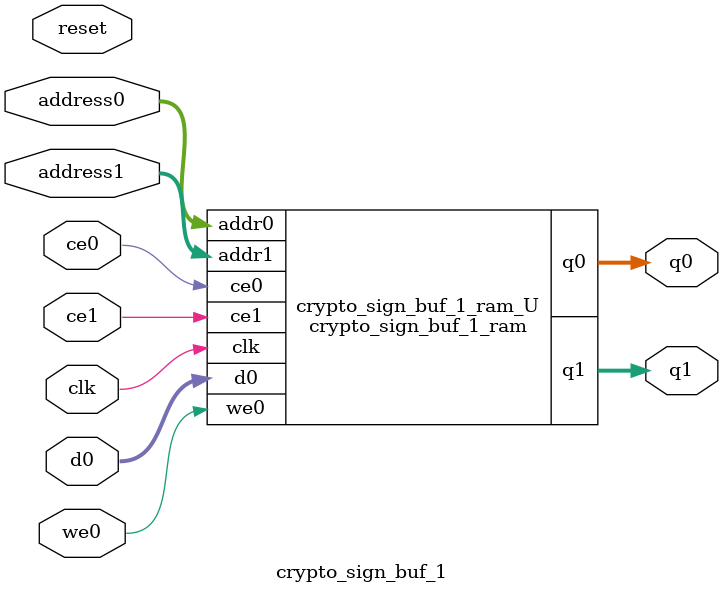
<source format=v>
`timescale 1 ns / 1 ps
module crypto_sign_buf_1_ram (addr0, ce0, d0, we0, q0, addr1, ce1, q1,  clk);

parameter DWIDTH = 8;
parameter AWIDTH = 10;
parameter MEM_SIZE = 842;

input[AWIDTH-1:0] addr0;
input ce0;
input[DWIDTH-1:0] d0;
input we0;
output reg[DWIDTH-1:0] q0;
input[AWIDTH-1:0] addr1;
input ce1;
output reg[DWIDTH-1:0] q1;
input clk;

(* ram_style = "block" *)reg [DWIDTH-1:0] ram[0:MEM_SIZE-1];




always @(posedge clk)  
begin 
    if (ce0) begin
        if (we0) 
            ram[addr0] <= d0; 
        q0 <= ram[addr0];
    end
end


always @(posedge clk)  
begin 
    if (ce1) begin
        q1 <= ram[addr1];
    end
end


endmodule

`timescale 1 ns / 1 ps
module crypto_sign_buf_1(
    reset,
    clk,
    address0,
    ce0,
    we0,
    d0,
    q0,
    address1,
    ce1,
    q1);

parameter DataWidth = 32'd8;
parameter AddressRange = 32'd842;
parameter AddressWidth = 32'd10;
input reset;
input clk;
input[AddressWidth - 1:0] address0;
input ce0;
input we0;
input[DataWidth - 1:0] d0;
output[DataWidth - 1:0] q0;
input[AddressWidth - 1:0] address1;
input ce1;
output[DataWidth - 1:0] q1;



crypto_sign_buf_1_ram crypto_sign_buf_1_ram_U(
    .clk( clk ),
    .addr0( address0 ),
    .ce0( ce0 ),
    .we0( we0 ),
    .d0( d0 ),
    .q0( q0 ),
    .addr1( address1 ),
    .ce1( ce1 ),
    .q1( q1 ));

endmodule


</source>
